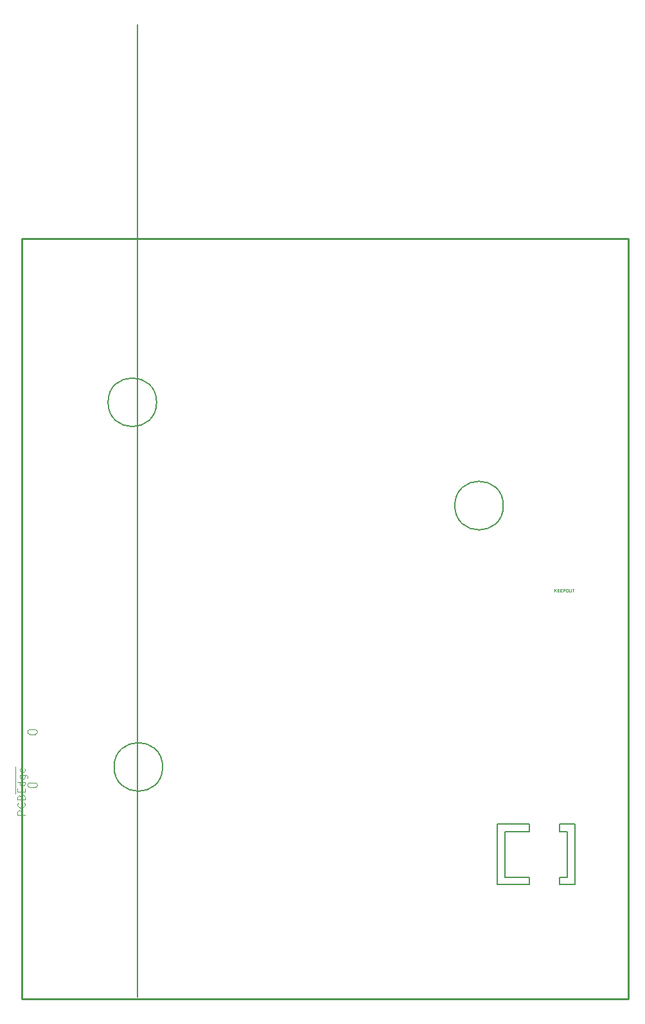
<source format=gbr>
G04 #@! TF.GenerationSoftware,KiCad,Pcbnew,5.1.5+dfsg1-2build2*
G04 #@! TF.CreationDate,2021-09-29T14:40:33+01:00*
G04 #@! TF.ProjectId,OSM_env01,4f534d5f-656e-4763-9031-2e6b69636164,B*
G04 #@! TF.SameCoordinates,Original*
G04 #@! TF.FileFunction,Other,Comment*
%FSLAX46Y46*%
G04 Gerber Fmt 4.6, Leading zero omitted, Abs format (unit mm)*
G04 Created by KiCad (PCBNEW 5.1.5+dfsg1-2build2) date 2021-09-29 14:40:33*
%MOMM*%
%LPD*%
G04 APERTURE LIST*
%ADD10C,0.150000*%
%ADD11C,0.254000*%
%ADD12C,0.100000*%
%ADD13C,0.050000*%
%ADD14C,0.070000*%
G04 APERTURE END LIST*
D10*
X155600000Y-113200000D02*
X155600000Y-105200000D01*
X153600000Y-105200000D02*
X155600000Y-105200000D01*
X153600000Y-113200000D02*
X153600000Y-112200000D01*
X153600000Y-113200000D02*
X155600000Y-113200000D01*
X145400000Y-113200000D02*
X145400000Y-105200000D01*
X153600000Y-106200000D02*
X153600000Y-105200000D01*
X149600000Y-106200000D02*
X149600000Y-105200000D01*
X149600000Y-113200000D02*
X145400000Y-113200000D01*
X149600000Y-112200000D02*
X149600000Y-113200000D01*
X147400000Y-112200000D02*
X149600000Y-112200000D01*
X147400000Y-106200000D02*
X149600000Y-106200000D01*
X146400000Y-106200000D02*
X147400000Y-106200000D01*
X146400000Y-112200000D02*
X146400000Y-106200000D01*
X147400000Y-112200000D02*
X146400000Y-112200000D01*
X149600000Y-105200000D02*
X145400000Y-105200000D01*
X153600000Y-112200000D02*
X154600000Y-112200000D01*
X153600000Y-106200000D02*
X154600000Y-106200000D01*
X154600000Y-112200000D02*
X154600000Y-106200000D01*
X98000000Y-128000000D02*
X98000000Y0D01*
D11*
X162700000Y-128200000D02*
X162700000Y-28200000D01*
X82700000Y-128200000D02*
X82700000Y-28200000D01*
X82700000Y-28200000D02*
X162700000Y-28200000D01*
X82700000Y-128200000D02*
X162700000Y-128200000D01*
D10*
X101300000Y-97700000D02*
G75*
G03X101300000Y-97700000I-3200000J0D01*
G01*
X146200000Y-63300000D02*
G75*
G03X146200000Y-63300000I-3200000J0D01*
G01*
X100500000Y-49700000D02*
G75*
G03X100500000Y-49700000I-3200000J0D01*
G01*
D12*
X84500000Y-92800000D02*
G75*
G02X84500000Y-93400000I0J-300000D01*
G01*
X83800000Y-92800000D02*
X84500000Y-92800000D01*
X84500000Y-93400000D02*
X83800000Y-93400000D01*
X83800000Y-93400000D02*
G75*
G02X83800000Y-92800000I0J300000D01*
G01*
X84500000Y-99800000D02*
G75*
G02X84500000Y-100400000I0J-300000D01*
G01*
X83800000Y-99800000D02*
X84500000Y-99800000D01*
X84500000Y-100400000D02*
X83800000Y-100400000D01*
X83800000Y-100400000D02*
G75*
G02X83800000Y-99800000I0J300000D01*
G01*
D13*
X83149820Y-104005299D02*
X82149820Y-104005299D01*
X82149820Y-103624346D01*
X82197440Y-103529108D01*
X82245059Y-103481489D01*
X82340297Y-103433870D01*
X82483154Y-103433870D01*
X82578392Y-103481489D01*
X82626011Y-103529108D01*
X82673630Y-103624346D01*
X82673630Y-104005299D01*
X83054582Y-102433870D02*
X83102201Y-102481489D01*
X83149820Y-102624346D01*
X83149820Y-102719584D01*
X83102201Y-102862441D01*
X83006963Y-102957680D01*
X82911725Y-103005299D01*
X82721249Y-103052918D01*
X82578392Y-103052918D01*
X82387916Y-103005299D01*
X82292678Y-102957680D01*
X82197440Y-102862441D01*
X82149820Y-102719584D01*
X82149820Y-102624346D01*
X82197440Y-102481489D01*
X82245059Y-102433870D01*
X82626011Y-101671965D02*
X82673630Y-101529108D01*
X82721249Y-101481489D01*
X82816487Y-101433870D01*
X82959344Y-101433870D01*
X83054582Y-101481489D01*
X83102201Y-101529108D01*
X83149820Y-101624346D01*
X83149820Y-102005299D01*
X82149820Y-102005299D01*
X82149820Y-101671965D01*
X82197440Y-101576727D01*
X82245059Y-101529108D01*
X82340297Y-101481489D01*
X82435535Y-101481489D01*
X82530773Y-101529108D01*
X82578392Y-101576727D01*
X82626011Y-101671965D01*
X82626011Y-102005299D01*
X81912440Y-101243394D02*
X81912440Y-100338632D01*
X82626011Y-101005299D02*
X82626011Y-100671965D01*
X83149820Y-100529108D02*
X83149820Y-101005299D01*
X82149820Y-101005299D01*
X82149820Y-100529108D01*
X81912440Y-100338632D02*
X81912440Y-99433870D01*
X83149820Y-99671965D02*
X82149820Y-99671965D01*
X83102201Y-99671965D02*
X83149820Y-99767203D01*
X83149820Y-99957680D01*
X83102201Y-100052918D01*
X83054582Y-100100537D01*
X82959344Y-100148156D01*
X82673630Y-100148156D01*
X82578392Y-100100537D01*
X82530773Y-100052918D01*
X82483154Y-99957680D01*
X82483154Y-99767203D01*
X82530773Y-99671965D01*
X81912440Y-99433870D02*
X81912440Y-98529108D01*
X82483154Y-98767203D02*
X83292678Y-98767203D01*
X83387916Y-98814822D01*
X83435535Y-98862441D01*
X83483154Y-98957680D01*
X83483154Y-99100537D01*
X83435535Y-99195775D01*
X83102201Y-98767203D02*
X83149820Y-98862441D01*
X83149820Y-99052918D01*
X83102201Y-99148156D01*
X83054582Y-99195775D01*
X82959344Y-99243394D01*
X82673630Y-99243394D01*
X82578392Y-99195775D01*
X82530773Y-99148156D01*
X82483154Y-99052918D01*
X82483154Y-98862441D01*
X82530773Y-98767203D01*
X81912440Y-98529108D02*
X81912440Y-97671965D01*
X83102201Y-97910060D02*
X83149820Y-98005299D01*
X83149820Y-98195775D01*
X83102201Y-98291013D01*
X83006963Y-98338632D01*
X82626011Y-98338632D01*
X82530773Y-98291013D01*
X82483154Y-98195775D01*
X82483154Y-98005299D01*
X82530773Y-97910060D01*
X82626011Y-97862441D01*
X82721249Y-97862441D01*
X82816487Y-98338632D01*
D14*
X152961904Y-74680952D02*
X152961904Y-74280952D01*
X153190476Y-74680952D02*
X153019047Y-74452380D01*
X153190476Y-74280952D02*
X152961904Y-74509523D01*
X153361904Y-74471428D02*
X153495238Y-74471428D01*
X153552380Y-74680952D02*
X153361904Y-74680952D01*
X153361904Y-74280952D01*
X153552380Y-74280952D01*
X153723809Y-74471428D02*
X153857142Y-74471428D01*
X153914285Y-74680952D02*
X153723809Y-74680952D01*
X153723809Y-74280952D01*
X153914285Y-74280952D01*
X154085714Y-74680952D02*
X154085714Y-74280952D01*
X154238095Y-74280952D01*
X154276190Y-74300000D01*
X154295238Y-74319047D01*
X154314285Y-74357142D01*
X154314285Y-74414285D01*
X154295238Y-74452380D01*
X154276190Y-74471428D01*
X154238095Y-74490476D01*
X154085714Y-74490476D01*
X154561904Y-74280952D02*
X154638095Y-74280952D01*
X154676190Y-74300000D01*
X154714285Y-74338095D01*
X154733333Y-74414285D01*
X154733333Y-74547619D01*
X154714285Y-74623809D01*
X154676190Y-74661904D01*
X154638095Y-74680952D01*
X154561904Y-74680952D01*
X154523809Y-74661904D01*
X154485714Y-74623809D01*
X154466666Y-74547619D01*
X154466666Y-74414285D01*
X154485714Y-74338095D01*
X154523809Y-74300000D01*
X154561904Y-74280952D01*
X154904761Y-74280952D02*
X154904761Y-74604761D01*
X154923809Y-74642857D01*
X154942857Y-74661904D01*
X154980952Y-74680952D01*
X155057142Y-74680952D01*
X155095238Y-74661904D01*
X155114285Y-74642857D01*
X155133333Y-74604761D01*
X155133333Y-74280952D01*
X155266666Y-74280952D02*
X155495238Y-74280952D01*
X155380952Y-74680952D02*
X155380952Y-74280952D01*
M02*

</source>
